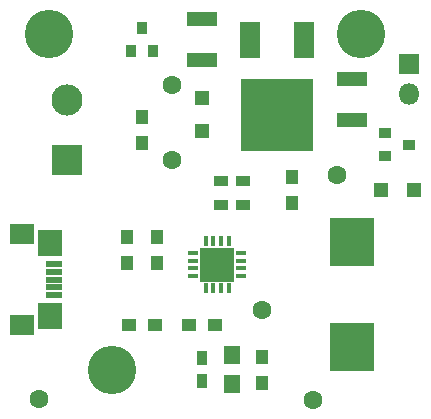
<source format=gts>
%TF.GenerationSoftware,KiCad,Pcbnew,4.0.6*%
%TF.CreationDate,2017-08-18T11:06:42+02:00*%
%TF.ProjectId,ESP12_pcb,45535031325F7063622E6B696361645F,rev?*%
%TF.FileFunction,Soldermask,Top*%
%FSLAX46Y46*%
G04 Gerber Fmt 4.6, Leading zero omitted, Abs format (unit mm)*
G04 Created by KiCad (PCBNEW 4.0.6) date Friday, 18 '18e' August '18e' 2017, 11:06:42*
%MOMM*%
%LPD*%
G01*
G04 APERTURE LIST*
%ADD10C,0.127000*%
%ADD11C,4.100000*%
%ADD12R,2.600000X1.300000*%
%ADD13R,1.300000X0.850000*%
%ADD14R,0.850000X1.300000*%
%ADD15R,1.350000X1.600000*%
%ADD16R,2.000000X1.700000*%
%ADD17R,2.100000X2.200000*%
%ADD18R,1.450000X0.500000*%
%ADD19R,1.000000X1.300000*%
%ADD20R,1.800000X1.800000*%
%ADD21O,1.800000X1.800000*%
%ADD22R,2.640000X2.640000*%
%ADD23C,2.640000*%
%ADD24R,3.800000X4.100000*%
%ADD25R,0.900000X1.000000*%
%ADD26R,1.000000X0.900000*%
%ADD27R,1.300000X1.000000*%
%ADD28R,1.751000X3.148000*%
%ADD29R,6.196000X6.196000*%
%ADD30R,0.900000X0.450000*%
%ADD31R,0.450000X0.900000*%
%ADD32R,2.900000X2.900000*%
%ADD33C,1.600000*%
%ADD34R,1.200000X1.200000*%
G04 APERTURE END LIST*
D10*
D11*
X107950000Y-111760000D03*
X129032000Y-83312000D03*
D12*
X115570000Y-85520000D03*
X115570000Y-82120000D03*
X128270000Y-90600000D03*
X128270000Y-87200000D03*
D13*
X117160000Y-95758000D03*
X119060000Y-95758000D03*
X117160000Y-97790000D03*
X119060000Y-97790000D03*
D14*
X115570000Y-110810000D03*
X115570000Y-112710000D03*
D15*
X118110000Y-110510000D03*
X118110000Y-113010000D03*
D16*
X100330000Y-100290000D03*
X100330000Y-107990000D03*
D17*
X102680000Y-101040000D03*
X102680000Y-107240000D03*
D18*
X103010000Y-104140000D03*
X103010000Y-104790000D03*
X103010000Y-105440000D03*
X103010000Y-103490000D03*
X103010000Y-102840000D03*
D19*
X110490000Y-90340000D03*
X110490000Y-92540000D03*
D20*
X133096000Y-85852000D03*
D21*
X133096000Y-88392000D03*
D22*
X104140000Y-93980000D03*
D23*
X104140000Y-88900000D03*
D24*
X128270000Y-100960000D03*
X128270000Y-109860000D03*
D25*
X109540000Y-84820000D03*
X111440000Y-84820000D03*
X110490000Y-82820000D03*
D26*
X131080000Y-91760000D03*
X131080000Y-93660000D03*
X133080000Y-92710000D03*
D19*
X123190000Y-95420000D03*
X123190000Y-97620000D03*
X111760000Y-100500000D03*
X111760000Y-102700000D03*
X109220000Y-100500000D03*
X109220000Y-102700000D03*
D27*
X116670000Y-107950000D03*
X114470000Y-107950000D03*
X111590000Y-107950000D03*
X109390000Y-107950000D03*
D19*
X120650000Y-110660000D03*
X120650000Y-112860000D03*
D28*
X124206000Y-83820000D03*
D29*
X121920000Y-90170000D03*
D28*
X119634000Y-83820000D03*
D30*
X118840000Y-103845000D03*
X118840000Y-103195000D03*
X118840000Y-102545000D03*
X118840000Y-101895000D03*
D31*
X117815000Y-100870000D03*
X117165000Y-100870000D03*
X116515000Y-100870000D03*
X115865000Y-100870000D03*
D30*
X114840000Y-101895000D03*
X114840000Y-102545000D03*
X114840000Y-103195000D03*
X114840000Y-103845000D03*
D31*
X115865000Y-104870000D03*
X116515000Y-104870000D03*
X117165000Y-104870000D03*
X117815000Y-104870000D03*
D32*
X116840000Y-102870000D03*
D33*
X127000000Y-95250000D03*
X113030000Y-93980000D03*
X113030000Y-87630000D03*
X124968000Y-114300000D03*
X120650000Y-106680000D03*
D11*
X102616000Y-83312000D03*
D34*
X130680000Y-96520000D03*
X133480000Y-96520000D03*
X115570000Y-88770000D03*
X115570000Y-91570000D03*
D33*
X101752400Y-114249200D03*
M02*

</source>
